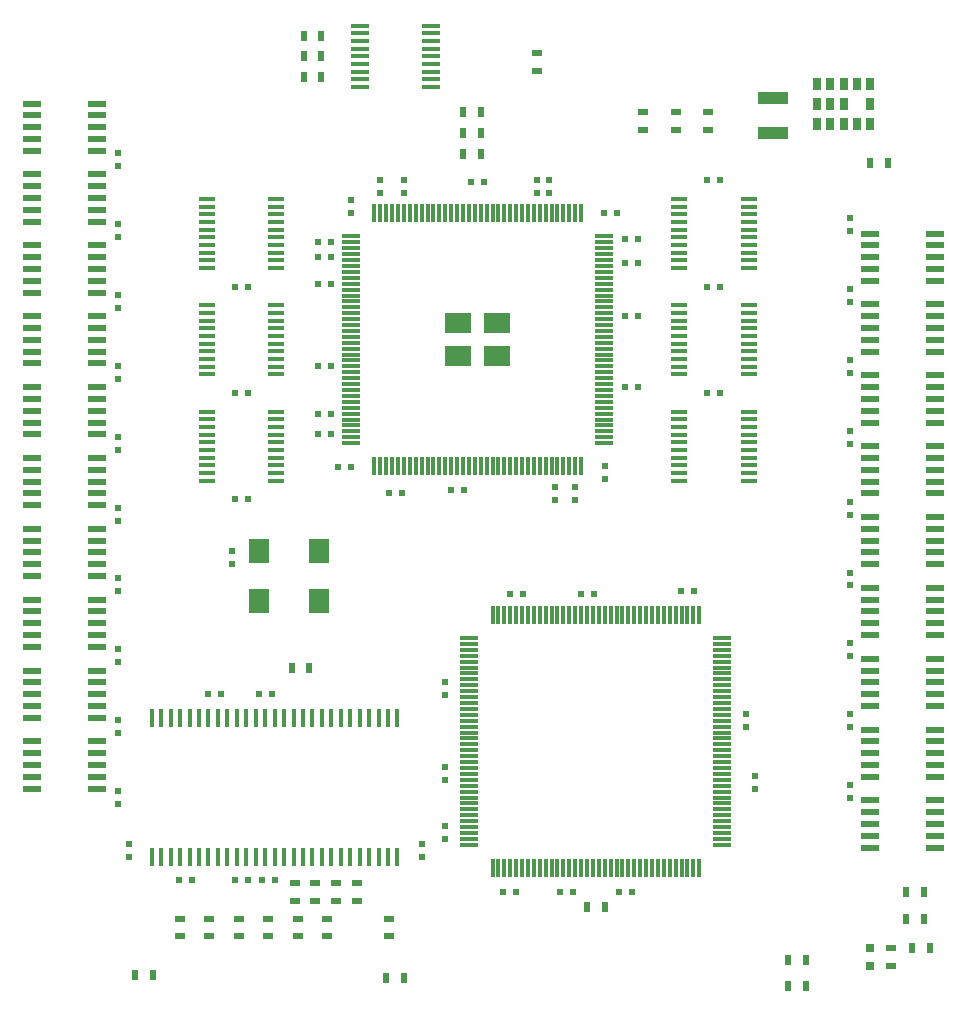
<source format=gtp>
G04 #@! TF.FileFunction,Paste,Top*
%FSLAX46Y46*%
G04 Gerber Fmt 4.6, Leading zero omitted, Abs format (unit mm)*
G04 Created by KiCad (PCBNEW 4.0.1-stable) date 2017/12/18 12:10:38*
%MOMM*%
G01*
G04 APERTURE LIST*
%ADD10C,0.100000*%
%ADD11R,1.450000X0.450000*%
%ADD12R,1.550000X0.300000*%
%ADD13R,0.300000X1.550000*%
%ADD14R,2.300000X1.800000*%
%ADD15R,0.500000X0.900000*%
%ADD16R,0.400000X1.500000*%
%ADD17R,1.500000X0.500000*%
%ADD18R,1.500000X0.300000*%
%ADD19R,0.900000X0.500000*%
%ADD20R,1.800000X2.000000*%
%ADD21R,0.500000X0.600000*%
%ADD22R,0.600000X0.500000*%
%ADD23R,2.500000X1.000000*%
%ADD24R,0.750000X0.800000*%
%ADD25R,0.700000X1.100000*%
%ADD26R,0.800000X1.100000*%
G04 APERTURE END LIST*
D10*
D11*
X67050000Y-23075000D03*
X67050000Y-23725000D03*
X67050000Y-24375000D03*
X67050000Y-25025000D03*
X67050000Y-25675000D03*
X67050000Y-26325000D03*
X67050000Y-26975000D03*
X67050000Y-27625000D03*
X67050000Y-28275000D03*
X67050000Y-28925000D03*
X72950000Y-28925000D03*
X72950000Y-28275000D03*
X72950000Y-27625000D03*
X72950000Y-26975000D03*
X72950000Y-26325000D03*
X72950000Y-25675000D03*
X72950000Y-25025000D03*
X72950000Y-24375000D03*
X72950000Y-23725000D03*
X72950000Y-23075000D03*
D12*
X39300000Y-26250000D03*
X39300000Y-26750000D03*
X39300000Y-27250000D03*
X39300000Y-27750000D03*
X39300000Y-28250000D03*
X39300000Y-28750000D03*
X39300000Y-29250000D03*
X39300000Y-29750000D03*
X39300000Y-30250000D03*
X39300000Y-30750000D03*
X39300000Y-31250000D03*
X39300000Y-31750000D03*
X39300000Y-32250000D03*
X39300000Y-32750000D03*
X39300000Y-33250000D03*
X39300000Y-33750000D03*
X39300000Y-34250000D03*
X39300000Y-34750000D03*
X39300000Y-35250000D03*
X39300000Y-35750000D03*
X39300000Y-36250000D03*
X39300000Y-36750000D03*
X39300000Y-37250000D03*
X39300000Y-37750000D03*
X39300000Y-38250000D03*
X39300000Y-38750000D03*
X39300000Y-39250000D03*
X39300000Y-39750000D03*
X39300000Y-40250000D03*
X39300000Y-40750000D03*
X39300000Y-41250000D03*
X39300000Y-41750000D03*
X39300000Y-42250000D03*
X39300000Y-42750000D03*
X39300000Y-43250000D03*
X39300000Y-43750000D03*
D13*
X41250000Y-45700000D03*
X41750000Y-45700000D03*
X42250000Y-45700000D03*
X42750000Y-45700000D03*
X43250000Y-45700000D03*
X43750000Y-45700000D03*
X44250000Y-45700000D03*
X44750000Y-45700000D03*
X45250000Y-45700000D03*
X45750000Y-45700000D03*
X46250000Y-45700000D03*
X46750000Y-45700000D03*
X47250000Y-45700000D03*
X47750000Y-45700000D03*
X48250000Y-45700000D03*
X48750000Y-45700000D03*
X49250000Y-45700000D03*
X49750000Y-45700000D03*
X50250000Y-45700000D03*
X50750000Y-45700000D03*
X51250000Y-45700000D03*
X51750000Y-45700000D03*
X52250000Y-45700000D03*
X52750000Y-45700000D03*
X53250000Y-45700000D03*
X53750000Y-45700000D03*
X54250000Y-45700000D03*
X54750000Y-45700000D03*
X55250000Y-45700000D03*
X55750000Y-45700000D03*
X56250000Y-45700000D03*
X56750000Y-45700000D03*
X57250000Y-45700000D03*
X57750000Y-45700000D03*
X58250000Y-45700000D03*
X58750000Y-45700000D03*
D12*
X60700000Y-43750000D03*
X60700000Y-43250000D03*
X60700000Y-42750000D03*
X60700000Y-42250000D03*
X60700000Y-41750000D03*
X60700000Y-41250000D03*
X60700000Y-40750000D03*
X60700000Y-40250000D03*
X60700000Y-39750000D03*
X60700000Y-39250000D03*
X60700000Y-38750000D03*
X60700000Y-38250000D03*
X60700000Y-37750000D03*
X60700000Y-37250000D03*
X60700000Y-36750000D03*
X60700000Y-36250000D03*
X60700000Y-35750000D03*
X60700000Y-35250000D03*
X60700000Y-34750000D03*
X60700000Y-34250000D03*
X60700000Y-33750000D03*
X60700000Y-33250000D03*
X60700000Y-32750000D03*
X60700000Y-32250000D03*
X60700000Y-31750000D03*
X60700000Y-31250000D03*
X60700000Y-30750000D03*
X60700000Y-30250000D03*
X60700000Y-29750000D03*
X60700000Y-29250000D03*
X60700000Y-28750000D03*
X60700000Y-28250000D03*
X60700000Y-27750000D03*
X60700000Y-27250000D03*
X60700000Y-26750000D03*
X60700000Y-26250000D03*
D13*
X58750000Y-24300000D03*
X58250000Y-24300000D03*
X57750000Y-24300000D03*
X57250000Y-24300000D03*
X56750000Y-24300000D03*
X56250000Y-24300000D03*
X55750000Y-24300000D03*
X55250000Y-24300000D03*
X54750000Y-24300000D03*
X54250000Y-24300000D03*
X53750000Y-24300000D03*
X53250000Y-24300000D03*
X52750000Y-24300000D03*
X52250000Y-24300000D03*
X51750000Y-24300000D03*
X51250000Y-24300000D03*
X50750000Y-24300000D03*
X50250000Y-24300000D03*
X49750000Y-24300000D03*
X49250000Y-24300000D03*
X48750000Y-24300000D03*
X48250000Y-24300000D03*
X47750000Y-24300000D03*
X47250000Y-24300000D03*
X46750000Y-24300000D03*
X46250000Y-24300000D03*
X45750000Y-24300000D03*
X45250000Y-24300000D03*
X44750000Y-24300000D03*
X44250000Y-24300000D03*
X43750000Y-24300000D03*
X43250000Y-24300000D03*
X42750000Y-24300000D03*
X42250000Y-24300000D03*
X41750000Y-24300000D03*
X41250000Y-24300000D03*
D14*
X48350000Y-33600000D03*
X51650000Y-33600000D03*
X48350000Y-36400000D03*
X51650000Y-36400000D03*
D15*
X86250000Y-84000000D03*
X87750000Y-84000000D03*
D13*
X51250000Y-79700000D03*
X51750000Y-79700000D03*
X52250000Y-79700000D03*
X52750000Y-79700000D03*
X53250000Y-79700000D03*
X53750000Y-79700000D03*
X54250000Y-79700000D03*
X54750000Y-79700000D03*
X55250000Y-79700000D03*
X55750000Y-79700000D03*
X56250000Y-79700000D03*
X56750000Y-79700000D03*
X57250000Y-79700000D03*
X57750000Y-79700000D03*
X58250000Y-79700000D03*
X58750000Y-79700000D03*
X59250000Y-79700000D03*
X59750000Y-79700000D03*
X60250000Y-79700000D03*
X60750000Y-79700000D03*
X61250000Y-79700000D03*
X61750000Y-79700000D03*
X62250000Y-79700000D03*
X62750000Y-79700000D03*
X63250000Y-79700000D03*
X63750000Y-79700000D03*
X64250000Y-79700000D03*
X64750000Y-79700000D03*
X65250000Y-79700000D03*
X65750000Y-79700000D03*
X66250000Y-79700000D03*
X66750000Y-79700000D03*
X67250000Y-79700000D03*
X67750000Y-79700000D03*
X68250000Y-79700000D03*
X68750000Y-79700000D03*
D12*
X70700000Y-77750000D03*
X70700000Y-77250000D03*
X70700000Y-76750000D03*
X70700000Y-76250000D03*
X70700000Y-75750000D03*
X70700000Y-75250000D03*
X70700000Y-74750000D03*
X70700000Y-74250000D03*
X70700000Y-73750000D03*
X70700000Y-73250000D03*
X70700000Y-72750000D03*
X70700000Y-72250000D03*
X70700000Y-71750000D03*
X70700000Y-71250000D03*
X70700000Y-70750000D03*
X70700000Y-70250000D03*
X70700000Y-69750000D03*
X70700000Y-69250000D03*
X70700000Y-68750000D03*
X70700000Y-68250000D03*
X70700000Y-67750000D03*
X70700000Y-67250000D03*
X70700000Y-66750000D03*
X70700000Y-66250000D03*
X70700000Y-65750000D03*
X70700000Y-65250000D03*
X70700000Y-64750000D03*
X70700000Y-64250000D03*
X70700000Y-63750000D03*
X70700000Y-63250000D03*
X70700000Y-62750000D03*
X70700000Y-62250000D03*
X70700000Y-61750000D03*
X70700000Y-61250000D03*
X70700000Y-60750000D03*
X70700000Y-60250000D03*
D13*
X68750000Y-58300000D03*
X68250000Y-58300000D03*
X67750000Y-58300000D03*
X67250000Y-58300000D03*
X66750000Y-58300000D03*
X66250000Y-58300000D03*
X65750000Y-58300000D03*
X65250000Y-58300000D03*
X64750000Y-58300000D03*
X64250000Y-58300000D03*
X63750000Y-58300000D03*
X63250000Y-58300000D03*
X62750000Y-58300000D03*
X62250000Y-58300000D03*
X61750000Y-58300000D03*
X61250000Y-58300000D03*
X60750000Y-58300000D03*
X60250000Y-58300000D03*
X59750000Y-58300000D03*
X59250000Y-58300000D03*
X58750000Y-58300000D03*
X58250000Y-58300000D03*
X57750000Y-58300000D03*
X57250000Y-58300000D03*
X56750000Y-58300000D03*
X56250000Y-58300000D03*
X55750000Y-58300000D03*
X55250000Y-58300000D03*
X54750000Y-58300000D03*
X54250000Y-58300000D03*
X53750000Y-58300000D03*
X53250000Y-58300000D03*
X52750000Y-58300000D03*
X52250000Y-58300000D03*
X51750000Y-58300000D03*
X51250000Y-58300000D03*
D12*
X49300000Y-60250000D03*
X49300000Y-60750000D03*
X49300000Y-61250000D03*
X49300000Y-61750000D03*
X49300000Y-62250000D03*
X49300000Y-62750000D03*
X49300000Y-63250000D03*
X49300000Y-63750000D03*
X49300000Y-64250000D03*
X49300000Y-64750000D03*
X49300000Y-65250000D03*
X49300000Y-65750000D03*
X49300000Y-66250000D03*
X49300000Y-66750000D03*
X49300000Y-67250000D03*
X49300000Y-67750000D03*
X49300000Y-68250000D03*
X49300000Y-68750000D03*
X49300000Y-69250000D03*
X49300000Y-69750000D03*
X49300000Y-70250000D03*
X49300000Y-70750000D03*
X49300000Y-71250000D03*
X49300000Y-71750000D03*
X49300000Y-72250000D03*
X49300000Y-72750000D03*
X49300000Y-73250000D03*
X49300000Y-73750000D03*
X49300000Y-74250000D03*
X49300000Y-74750000D03*
X49300000Y-75250000D03*
X49300000Y-75750000D03*
X49300000Y-76250000D03*
X49300000Y-76750000D03*
X49300000Y-77250000D03*
X49300000Y-77750000D03*
D16*
X22400000Y-78800000D03*
X23200000Y-78800000D03*
X24000000Y-78800000D03*
X24800000Y-78800000D03*
X25600000Y-78800000D03*
X26400000Y-78800000D03*
X27200000Y-78800000D03*
X28000000Y-78800000D03*
X28800000Y-78800000D03*
X29600000Y-78800000D03*
X30400000Y-78800000D03*
X31200000Y-78800000D03*
X32000000Y-78800000D03*
X32800000Y-78800000D03*
X33600000Y-78800000D03*
X34400000Y-78800000D03*
X35200000Y-78800000D03*
X36000000Y-78800000D03*
X36800000Y-78800000D03*
X37600000Y-78800000D03*
X38400000Y-78800000D03*
X39200000Y-78800000D03*
X40000000Y-78800000D03*
X40800000Y-78800000D03*
X41600000Y-78800000D03*
X42400000Y-78800000D03*
X43200000Y-78800000D03*
X43200000Y-67040000D03*
X42400000Y-67040000D03*
X41600000Y-67040000D03*
X40800000Y-67040000D03*
X40000000Y-67040000D03*
X39200000Y-67040000D03*
X38400000Y-67040000D03*
X37600000Y-67040000D03*
X36800000Y-67040000D03*
X36000000Y-67040000D03*
X35200000Y-67040000D03*
X34400000Y-67040000D03*
X33600000Y-67040000D03*
X32800000Y-67040000D03*
X32000000Y-67040000D03*
X31200000Y-67040000D03*
X30400000Y-67040000D03*
X29600000Y-67040000D03*
X28800000Y-67040000D03*
X28000000Y-67040000D03*
X27200000Y-67040000D03*
X26400000Y-67040000D03*
X25600000Y-67040000D03*
X24800000Y-67040000D03*
X24000000Y-67040000D03*
X23200000Y-67040000D03*
X22400000Y-67040000D03*
D17*
X83250000Y-74000000D03*
X83250000Y-75000000D03*
X83250000Y-76000000D03*
X83250000Y-77000000D03*
X83250000Y-78000000D03*
X88750000Y-78000000D03*
X88750000Y-77000000D03*
X88750000Y-76000000D03*
X88750000Y-75000000D03*
X88750000Y-74000000D03*
X83250000Y-68000000D03*
X83250000Y-69000000D03*
X83250000Y-70000000D03*
X83250000Y-71000000D03*
X83250000Y-72000000D03*
X88750000Y-72000000D03*
X88750000Y-71000000D03*
X88750000Y-70000000D03*
X88750000Y-69000000D03*
X88750000Y-68000000D03*
X83250000Y-62000000D03*
X83250000Y-63000000D03*
X83250000Y-64000000D03*
X83250000Y-65000000D03*
X83250000Y-66000000D03*
X88750000Y-66000000D03*
X88750000Y-65000000D03*
X88750000Y-64000000D03*
X88750000Y-63000000D03*
X88750000Y-62000000D03*
X83250000Y-56000000D03*
X83250000Y-57000000D03*
X83250000Y-58000000D03*
X83250000Y-59000000D03*
X83250000Y-60000000D03*
X88750000Y-60000000D03*
X88750000Y-59000000D03*
X88750000Y-58000000D03*
X88750000Y-57000000D03*
X88750000Y-56000000D03*
X83250000Y-50000000D03*
X83250000Y-51000000D03*
X83250000Y-52000000D03*
X83250000Y-53000000D03*
X83250000Y-54000000D03*
X88750000Y-54000000D03*
X88750000Y-53000000D03*
X88750000Y-52000000D03*
X88750000Y-51000000D03*
X88750000Y-50000000D03*
X83250000Y-44000000D03*
X83250000Y-45000000D03*
X83250000Y-46000000D03*
X83250000Y-47000000D03*
X83250000Y-48000000D03*
X88750000Y-48000000D03*
X88750000Y-47000000D03*
X88750000Y-46000000D03*
X88750000Y-45000000D03*
X88750000Y-44000000D03*
X83250000Y-38000000D03*
X83250000Y-39000000D03*
X83250000Y-40000000D03*
X83250000Y-41000000D03*
X83250000Y-42000000D03*
X88750000Y-42000000D03*
X88750000Y-41000000D03*
X88750000Y-40000000D03*
X88750000Y-39000000D03*
X88750000Y-38000000D03*
X83250000Y-32000000D03*
X83250000Y-33000000D03*
X83250000Y-34000000D03*
X83250000Y-35000000D03*
X83250000Y-36000000D03*
X88750000Y-36000000D03*
X88750000Y-35000000D03*
X88750000Y-34000000D03*
X88750000Y-33000000D03*
X88750000Y-32000000D03*
X83250000Y-26000000D03*
X83250000Y-27000000D03*
X83250000Y-28000000D03*
X83250000Y-29000000D03*
X83250000Y-30000000D03*
X88750000Y-30000000D03*
X88750000Y-29000000D03*
X88750000Y-28000000D03*
X88750000Y-27000000D03*
X88750000Y-26000000D03*
D11*
X67050000Y-41075000D03*
X67050000Y-41725000D03*
X67050000Y-42375000D03*
X67050000Y-43025000D03*
X67050000Y-43675000D03*
X67050000Y-44325000D03*
X67050000Y-44975000D03*
X67050000Y-45625000D03*
X67050000Y-46275000D03*
X67050000Y-46925000D03*
X72950000Y-46925000D03*
X72950000Y-46275000D03*
X72950000Y-45625000D03*
X72950000Y-44975000D03*
X72950000Y-44325000D03*
X72950000Y-43675000D03*
X72950000Y-43025000D03*
X72950000Y-42375000D03*
X72950000Y-41725000D03*
X72950000Y-41075000D03*
X67050000Y-32075000D03*
X67050000Y-32725000D03*
X67050000Y-33375000D03*
X67050000Y-34025000D03*
X67050000Y-34675000D03*
X67050000Y-35325000D03*
X67050000Y-35975000D03*
X67050000Y-36625000D03*
X67050000Y-37275000D03*
X67050000Y-37925000D03*
X72950000Y-37925000D03*
X72950000Y-37275000D03*
X72950000Y-36625000D03*
X72950000Y-35975000D03*
X72950000Y-35325000D03*
X72950000Y-34675000D03*
X72950000Y-34025000D03*
X72950000Y-33375000D03*
X72950000Y-32725000D03*
X72950000Y-32075000D03*
D18*
X46000000Y-13600000D03*
X46000000Y-12950000D03*
X46000000Y-12300000D03*
X46000000Y-11650000D03*
X46000000Y-11000000D03*
X46000000Y-10350000D03*
X46000000Y-9700000D03*
X46000000Y-9050000D03*
X46000000Y-8400000D03*
X40000000Y-8400000D03*
X40000000Y-9050000D03*
X40000000Y-9700000D03*
X40000000Y-10350000D03*
X40000000Y-11000000D03*
X40000000Y-11650000D03*
X40000000Y-12300000D03*
X40000000Y-12950000D03*
X40000000Y-13600000D03*
D17*
X17750000Y-73000000D03*
X17750000Y-72000000D03*
X17750000Y-71000000D03*
X17750000Y-70000000D03*
X17750000Y-69000000D03*
X12250000Y-69000000D03*
X12250000Y-70000000D03*
X12250000Y-71000000D03*
X12250000Y-72000000D03*
X12250000Y-73000000D03*
X17750000Y-67000000D03*
X17750000Y-66000000D03*
X17750000Y-65000000D03*
X17750000Y-64000000D03*
X17750000Y-63000000D03*
X12250000Y-63000000D03*
X12250000Y-64000000D03*
X12250000Y-65000000D03*
X12250000Y-66000000D03*
X12250000Y-67000000D03*
X17750000Y-61000000D03*
X17750000Y-60000000D03*
X17750000Y-59000000D03*
X17750000Y-58000000D03*
X17750000Y-57000000D03*
X12250000Y-57000000D03*
X12250000Y-58000000D03*
X12250000Y-59000000D03*
X12250000Y-60000000D03*
X12250000Y-61000000D03*
X17750000Y-55000000D03*
X17750000Y-54000000D03*
X17750000Y-53000000D03*
X17750000Y-52000000D03*
X17750000Y-51000000D03*
X12250000Y-51000000D03*
X12250000Y-52000000D03*
X12250000Y-53000000D03*
X12250000Y-54000000D03*
X12250000Y-55000000D03*
X17750000Y-49000000D03*
X17750000Y-48000000D03*
X17750000Y-47000000D03*
X17750000Y-46000000D03*
X17750000Y-45000000D03*
X12250000Y-45000000D03*
X12250000Y-46000000D03*
X12250000Y-47000000D03*
X12250000Y-48000000D03*
X12250000Y-49000000D03*
X17750000Y-43000000D03*
X17750000Y-42000000D03*
X17750000Y-41000000D03*
X17750000Y-40000000D03*
X17750000Y-39000000D03*
X12250000Y-39000000D03*
X12250000Y-40000000D03*
X12250000Y-41000000D03*
X12250000Y-42000000D03*
X12250000Y-43000000D03*
X17750000Y-37000000D03*
X17750000Y-36000000D03*
X17750000Y-35000000D03*
X17750000Y-34000000D03*
X17750000Y-33000000D03*
X12250000Y-33000000D03*
X12250000Y-34000000D03*
X12250000Y-35000000D03*
X12250000Y-36000000D03*
X12250000Y-37000000D03*
X17750000Y-31000000D03*
X17750000Y-30000000D03*
X17750000Y-29000000D03*
X17750000Y-28000000D03*
X17750000Y-27000000D03*
X12250000Y-27000000D03*
X12250000Y-28000000D03*
X12250000Y-29000000D03*
X12250000Y-30000000D03*
X12250000Y-31000000D03*
X17750000Y-25000000D03*
X17750000Y-24000000D03*
X17750000Y-23000000D03*
X17750000Y-22000000D03*
X17750000Y-21000000D03*
X12250000Y-21000000D03*
X12250000Y-22000000D03*
X12250000Y-23000000D03*
X12250000Y-24000000D03*
X12250000Y-25000000D03*
X17750000Y-19000000D03*
X17750000Y-18000000D03*
X17750000Y-17000000D03*
X17750000Y-16000000D03*
X17750000Y-15000000D03*
X12250000Y-15000000D03*
X12250000Y-16000000D03*
X12250000Y-17000000D03*
X12250000Y-18000000D03*
X12250000Y-19000000D03*
D11*
X32950000Y-28925000D03*
X32950000Y-28275000D03*
X32950000Y-27625000D03*
X32950000Y-26975000D03*
X32950000Y-26325000D03*
X32950000Y-25675000D03*
X32950000Y-25025000D03*
X32950000Y-24375000D03*
X32950000Y-23725000D03*
X32950000Y-23075000D03*
X27050000Y-23075000D03*
X27050000Y-23725000D03*
X27050000Y-24375000D03*
X27050000Y-25025000D03*
X27050000Y-25675000D03*
X27050000Y-26325000D03*
X27050000Y-26975000D03*
X27050000Y-27625000D03*
X27050000Y-28275000D03*
X27050000Y-28925000D03*
X32950000Y-37925000D03*
X32950000Y-37275000D03*
X32950000Y-36625000D03*
X32950000Y-35975000D03*
X32950000Y-35325000D03*
X32950000Y-34675000D03*
X32950000Y-34025000D03*
X32950000Y-33375000D03*
X32950000Y-32725000D03*
X32950000Y-32075000D03*
X27050000Y-32075000D03*
X27050000Y-32725000D03*
X27050000Y-33375000D03*
X27050000Y-34025000D03*
X27050000Y-34675000D03*
X27050000Y-35325000D03*
X27050000Y-35975000D03*
X27050000Y-36625000D03*
X27050000Y-37275000D03*
X27050000Y-37925000D03*
X32950000Y-46925000D03*
X32950000Y-46275000D03*
X32950000Y-45625000D03*
X32950000Y-44975000D03*
X32950000Y-44325000D03*
X32950000Y-43675000D03*
X32950000Y-43025000D03*
X32950000Y-42375000D03*
X32950000Y-41725000D03*
X32950000Y-41075000D03*
X27050000Y-41075000D03*
X27050000Y-41725000D03*
X27050000Y-42375000D03*
X27050000Y-43025000D03*
X27050000Y-43675000D03*
X27050000Y-44325000D03*
X27050000Y-44975000D03*
X27050000Y-45625000D03*
X27050000Y-46275000D03*
X27050000Y-46925000D03*
D15*
X35250000Y-9250000D03*
X36750000Y-9250000D03*
X35250000Y-11000000D03*
X36750000Y-11000000D03*
X35250000Y-12750000D03*
X36750000Y-12750000D03*
X76250000Y-87500000D03*
X77750000Y-87500000D03*
X76250000Y-89750000D03*
X77750000Y-89750000D03*
X48750000Y-15750000D03*
X50250000Y-15750000D03*
X48750000Y-17500000D03*
X50250000Y-17500000D03*
X48750000Y-19250000D03*
X50250000Y-19250000D03*
D19*
X39750000Y-82500000D03*
X39750000Y-81000000D03*
X34500000Y-82500000D03*
X34500000Y-81000000D03*
X36250000Y-82500000D03*
X36250000Y-81000000D03*
D15*
X35750000Y-62750000D03*
X34250000Y-62750000D03*
D19*
X38000000Y-82500000D03*
X38000000Y-81000000D03*
D15*
X59250000Y-83000000D03*
X60750000Y-83000000D03*
X83250000Y-20000000D03*
X84750000Y-20000000D03*
X21000000Y-88750000D03*
X22500000Y-88750000D03*
D19*
X32250000Y-84000000D03*
X32250000Y-85500000D03*
X66750000Y-17250000D03*
X66750000Y-15750000D03*
X24750000Y-84000000D03*
X24750000Y-85500000D03*
X27250000Y-84000000D03*
X27250000Y-85500000D03*
X29750000Y-84000000D03*
X29750000Y-85500000D03*
D15*
X42250000Y-89000000D03*
X43750000Y-89000000D03*
D19*
X34750000Y-84000000D03*
X34750000Y-85500000D03*
X37250000Y-85500000D03*
X37250000Y-84000000D03*
X42500000Y-84000000D03*
X42500000Y-85500000D03*
X85000000Y-86500000D03*
X85000000Y-88000000D03*
D15*
X86250000Y-81750000D03*
X87750000Y-81750000D03*
X86750000Y-86500000D03*
X88250000Y-86500000D03*
D19*
X69500000Y-17250000D03*
X69500000Y-15750000D03*
X64000000Y-17250000D03*
X64000000Y-15750000D03*
X55000000Y-12250000D03*
X55000000Y-10750000D03*
D20*
X31460000Y-57100000D03*
X36540000Y-57100000D03*
X36540000Y-52900000D03*
X31460000Y-52900000D03*
D21*
X81500000Y-73800000D03*
X81500000Y-72700000D03*
X81500000Y-67800000D03*
X81500000Y-66700000D03*
X81500000Y-61800000D03*
X81500000Y-60700000D03*
X81500000Y-55800000D03*
X81500000Y-54700000D03*
X81500000Y-49800000D03*
X81500000Y-48700000D03*
X81500000Y-43800000D03*
X81500000Y-42700000D03*
X81500000Y-37800000D03*
X81500000Y-36700000D03*
X81500000Y-31800000D03*
X81500000Y-30700000D03*
X81500000Y-25800000D03*
X81500000Y-24700000D03*
D22*
X70550000Y-39500000D03*
X69450000Y-39500000D03*
X70550000Y-30500000D03*
X69450000Y-30500000D03*
X70550000Y-21500000D03*
X69450000Y-21500000D03*
D21*
X19500000Y-73200000D03*
X19500000Y-74300000D03*
X19500000Y-67200000D03*
X19500000Y-68300000D03*
X19500000Y-61200000D03*
X19500000Y-62300000D03*
X19500000Y-55200000D03*
X19500000Y-56300000D03*
X19500000Y-49200000D03*
X19500000Y-50300000D03*
X19500000Y-43200000D03*
X19500000Y-44300000D03*
X19500000Y-37200000D03*
X19500000Y-38300000D03*
X19500000Y-31200000D03*
X19500000Y-32300000D03*
X19500000Y-25200000D03*
X19500000Y-26300000D03*
X19500000Y-19200000D03*
X19500000Y-20300000D03*
D22*
X29450000Y-30500000D03*
X30550000Y-30500000D03*
X29450000Y-39500000D03*
X30550000Y-39500000D03*
X29450000Y-48500000D03*
X30550000Y-48500000D03*
D21*
X29150000Y-52900000D03*
X29150000Y-54000000D03*
X41750000Y-22550000D03*
X41750000Y-21450000D03*
X43750000Y-22550000D03*
X43750000Y-21450000D03*
D22*
X49450000Y-21600000D03*
X50550000Y-21600000D03*
D21*
X55000000Y-22550000D03*
X55000000Y-21450000D03*
X56000000Y-22550000D03*
X56000000Y-21450000D03*
D22*
X60700000Y-24250000D03*
X61800000Y-24250000D03*
X62450000Y-26500000D03*
X63550000Y-26500000D03*
X62450000Y-28500000D03*
X63550000Y-28500000D03*
X62450000Y-33000000D03*
X63550000Y-33000000D03*
X62450000Y-39000000D03*
X63550000Y-39000000D03*
D21*
X60750000Y-45700000D03*
X60750000Y-46800000D03*
X58250000Y-47450000D03*
X58250000Y-48550000D03*
X56500000Y-47450000D03*
X56500000Y-48550000D03*
D22*
X47700000Y-47750000D03*
X48800000Y-47750000D03*
X42450000Y-48000000D03*
X43550000Y-48000000D03*
X39300000Y-45750000D03*
X38200000Y-45750000D03*
X37550000Y-43000000D03*
X36450000Y-43000000D03*
X37550000Y-41250000D03*
X36450000Y-41250000D03*
X37550000Y-37250000D03*
X36450000Y-37250000D03*
X37550000Y-30250000D03*
X36450000Y-30250000D03*
X37550000Y-28000000D03*
X36450000Y-28000000D03*
X37550000Y-26750000D03*
X36450000Y-26750000D03*
D21*
X39250000Y-24300000D03*
X39250000Y-23200000D03*
D22*
X27200000Y-65000000D03*
X28300000Y-65000000D03*
X31450000Y-65000000D03*
X32550000Y-65000000D03*
D21*
X45250000Y-78800000D03*
X45250000Y-77700000D03*
X20500000Y-78800000D03*
X20500000Y-77700000D03*
X47250000Y-77300000D03*
X47250000Y-76200000D03*
X47250000Y-72300000D03*
X47250000Y-71200000D03*
X47250000Y-65050000D03*
X47250000Y-63950000D03*
D22*
X53800000Y-56500000D03*
X52700000Y-56500000D03*
X59800000Y-56500000D03*
X58700000Y-56500000D03*
X68300000Y-56250000D03*
X67200000Y-56250000D03*
D21*
X72750000Y-66700000D03*
X72750000Y-67800000D03*
X73500000Y-73050000D03*
X73500000Y-71950000D03*
D22*
X61950000Y-81750000D03*
X63050000Y-81750000D03*
X58050000Y-81750000D03*
X56950000Y-81750000D03*
X52150000Y-81750000D03*
X53250000Y-81750000D03*
D23*
X75000000Y-17500000D03*
X75000000Y-14500000D03*
D24*
X83250000Y-88000000D03*
X83250000Y-86500000D03*
D22*
X24700000Y-80750000D03*
X25800000Y-80750000D03*
X29450000Y-80750000D03*
X30550000Y-80750000D03*
X32800000Y-80750000D03*
X31700000Y-80750000D03*
D25*
X83250000Y-13300000D03*
X82150000Y-13300000D03*
D26*
X81000000Y-13300000D03*
D25*
X79850000Y-13300000D03*
X78750000Y-13300000D03*
X78750000Y-15000000D03*
X78750000Y-16700000D03*
X79850000Y-16700000D03*
D26*
X81000000Y-16700000D03*
D25*
X82150000Y-16700000D03*
X83250000Y-16700000D03*
X83250000Y-15000000D03*
D26*
X81000000Y-15000000D03*
D25*
X79850000Y-15000000D03*
M02*

</source>
